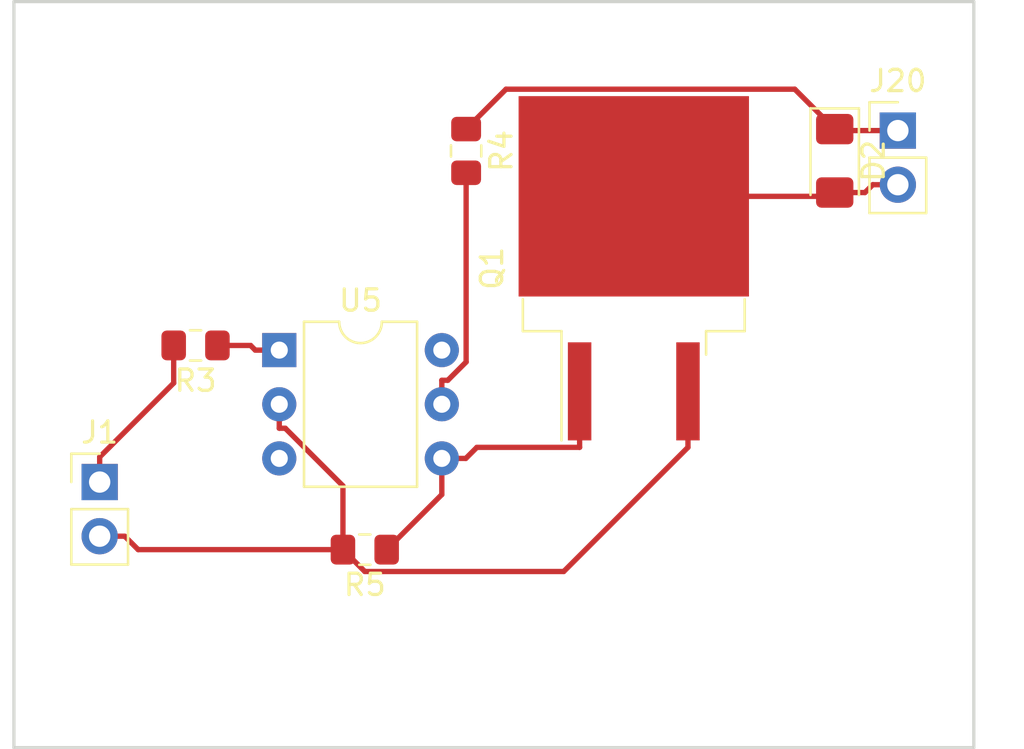
<source format=kicad_pcb>
(kicad_pcb (version 20171130) (host pcbnew 5.0.2-bee76a0~70~ubuntu18.04.1)

  (general
    (thickness 1.6)
    (drawings 4)
    (tracks 37)
    (zones 0)
    (modules 8)
    (nets 10)
  )

  (page A4)
  (layers
    (0 F.Cu signal)
    (31 B.Cu signal)
    (32 B.Adhes user)
    (33 F.Adhes user)
    (34 B.Paste user)
    (35 F.Paste user)
    (36 B.SilkS user)
    (37 F.SilkS user)
    (38 B.Mask user)
    (39 F.Mask user)
    (40 Dwgs.User user)
    (41 Cmts.User user)
    (42 Eco1.User user)
    (43 Eco2.User user)
    (44 Edge.Cuts user)
    (45 Margin user)
    (46 B.CrtYd user)
    (47 F.CrtYd user)
    (48 B.Fab user)
    (49 F.Fab user)
  )

  (setup
    (last_trace_width 0.25)
    (trace_clearance 0.2)
    (zone_clearance 0.508)
    (zone_45_only no)
    (trace_min 0.2)
    (segment_width 0.2)
    (edge_width 0.15)
    (via_size 0.8)
    (via_drill 0.4)
    (via_min_size 0.4)
    (via_min_drill 0.3)
    (uvia_size 0.3)
    (uvia_drill 0.1)
    (uvias_allowed no)
    (uvia_min_size 0.2)
    (uvia_min_drill 0.1)
    (pcb_text_width 0.3)
    (pcb_text_size 1.5 1.5)
    (mod_edge_width 0.15)
    (mod_text_size 1 1)
    (mod_text_width 0.15)
    (pad_size 1.524 1.524)
    (pad_drill 0.762)
    (pad_to_mask_clearance 0.051)
    (solder_mask_min_width 0.25)
    (aux_axis_origin 0 0)
    (visible_elements FFFFFF7F)
    (pcbplotparams
      (layerselection 0x010fc_ffffffff)
      (usegerberextensions false)
      (usegerberattributes false)
      (usegerberadvancedattributes false)
      (creategerberjobfile false)
      (excludeedgelayer true)
      (linewidth 0.100000)
      (plotframeref false)
      (viasonmask false)
      (mode 1)
      (useauxorigin false)
      (hpglpennumber 1)
      (hpglpenspeed 20)
      (hpglpendiameter 15.000000)
      (psnegative false)
      (psa4output false)
      (plotreference true)
      (plotvalue true)
      (plotinvisibletext false)
      (padsonsilk false)
      (subtractmaskfromsilk false)
      (outputformat 1)
      (mirror false)
      (drillshape 1)
      (scaleselection 1)
      (outputdirectory ""))
  )

  (net 0 "")
  (net 1 "Net-(R3-Pad1)")
  (net 2 Spindle)
  (net 3 "Net-(R4-Pad2)")
  (net 4 +12V)
  (net 5 "Net-(Q1-Pad1)")
  (net 6 GND)
  (net 7 "Net-(D2-Pad2)")
  (net 8 "Net-(U5-Pad3)")
  (net 9 "Net-(U5-Pad6)")

  (net_class Default "This is the default net class."
    (clearance 0.2)
    (trace_width 0.25)
    (via_dia 0.8)
    (via_drill 0.4)
    (uvia_dia 0.3)
    (uvia_drill 0.1)
    (add_net +12V)
    (add_net GND)
    (add_net "Net-(D2-Pad2)")
    (add_net "Net-(Q1-Pad1)")
    (add_net "Net-(R3-Pad1)")
    (add_net "Net-(R4-Pad2)")
    (add_net "Net-(U5-Pad3)")
    (add_net "Net-(U5-Pad6)")
    (add_net Spindle)
  )

  (module Connector_PinHeader_2.54mm:PinHeader_1x02_P2.54mm_Vertical (layer F.Cu) (tedit 59FED5CC) (tstamp 5C130E6A)
    (at 14.02 32.54)
    (descr "Through hole straight pin header, 1x02, 2.54mm pitch, single row")
    (tags "Through hole pin header THT 1x02 2.54mm single row")
    (path /5C06BF28)
    (fp_text reference J1 (at 0 -2.33) (layer F.SilkS)
      (effects (font (size 1 1) (thickness 0.15)))
    )
    (fp_text value Conn_01x02 (at 0 4.87) (layer F.Fab)
      (effects (font (size 1 1) (thickness 0.15)))
    )
    (fp_line (start -0.635 -1.27) (end 1.27 -1.27) (layer F.Fab) (width 0.1))
    (fp_line (start 1.27 -1.27) (end 1.27 3.81) (layer F.Fab) (width 0.1))
    (fp_line (start 1.27 3.81) (end -1.27 3.81) (layer F.Fab) (width 0.1))
    (fp_line (start -1.27 3.81) (end -1.27 -0.635) (layer F.Fab) (width 0.1))
    (fp_line (start -1.27 -0.635) (end -0.635 -1.27) (layer F.Fab) (width 0.1))
    (fp_line (start -1.33 3.87) (end 1.33 3.87) (layer F.SilkS) (width 0.12))
    (fp_line (start -1.33 1.27) (end -1.33 3.87) (layer F.SilkS) (width 0.12))
    (fp_line (start 1.33 1.27) (end 1.33 3.87) (layer F.SilkS) (width 0.12))
    (fp_line (start -1.33 1.27) (end 1.33 1.27) (layer F.SilkS) (width 0.12))
    (fp_line (start -1.33 0) (end -1.33 -1.33) (layer F.SilkS) (width 0.12))
    (fp_line (start -1.33 -1.33) (end 0 -1.33) (layer F.SilkS) (width 0.12))
    (fp_line (start -1.8 -1.8) (end -1.8 4.35) (layer F.CrtYd) (width 0.05))
    (fp_line (start -1.8 4.35) (end 1.8 4.35) (layer F.CrtYd) (width 0.05))
    (fp_line (start 1.8 4.35) (end 1.8 -1.8) (layer F.CrtYd) (width 0.05))
    (fp_line (start 1.8 -1.8) (end -1.8 -1.8) (layer F.CrtYd) (width 0.05))
    (fp_text user %R (at 0 1.27 90) (layer F.Fab)
      (effects (font (size 1 1) (thickness 0.15)))
    )
    (pad 1 thru_hole rect (at 0 0) (size 1.7 1.7) (drill 1) (layers *.Cu *.Mask)
      (net 2 Spindle))
    (pad 2 thru_hole oval (at 0 2.54) (size 1.7 1.7) (drill 1) (layers *.Cu *.Mask)
      (net 6 GND))
    (model ${KISYS3DMOD}/Connector_PinHeader_2.54mm.3dshapes/PinHeader_1x02_P2.54mm_Vertical.wrl
      (at (xyz 0 0 0))
      (scale (xyz 1 1 1))
      (rotate (xyz 0 0 0))
    )
  )

  (module Connector_PinHeader_2.54mm:PinHeader_1x02_P2.54mm_Vertical (layer F.Cu) (tedit 59FED5CC) (tstamp 5C06BE28)
    (at 51.44 16.05)
    (descr "Through hole straight pin header, 1x02, 2.54mm pitch, single row")
    (tags "Through hole pin header THT 1x02 2.54mm single row")
    (path /5C067E14)
    (fp_text reference J20 (at 0 -2.33) (layer F.SilkS)
      (effects (font (size 1 1) (thickness 0.15)))
    )
    (fp_text value PWM_TO_MOTOR (at 0 4.87) (layer F.Fab)
      (effects (font (size 1 1) (thickness 0.15)))
    )
    (fp_line (start -0.635 -1.27) (end 1.27 -1.27) (layer F.Fab) (width 0.1))
    (fp_line (start 1.27 -1.27) (end 1.27 3.81) (layer F.Fab) (width 0.1))
    (fp_line (start 1.27 3.81) (end -1.27 3.81) (layer F.Fab) (width 0.1))
    (fp_line (start -1.27 3.81) (end -1.27 -0.635) (layer F.Fab) (width 0.1))
    (fp_line (start -1.27 -0.635) (end -0.635 -1.27) (layer F.Fab) (width 0.1))
    (fp_line (start -1.33 3.87) (end 1.33 3.87) (layer F.SilkS) (width 0.12))
    (fp_line (start -1.33 1.27) (end -1.33 3.87) (layer F.SilkS) (width 0.12))
    (fp_line (start 1.33 1.27) (end 1.33 3.87) (layer F.SilkS) (width 0.12))
    (fp_line (start -1.33 1.27) (end 1.33 1.27) (layer F.SilkS) (width 0.12))
    (fp_line (start -1.33 0) (end -1.33 -1.33) (layer F.SilkS) (width 0.12))
    (fp_line (start -1.33 -1.33) (end 0 -1.33) (layer F.SilkS) (width 0.12))
    (fp_line (start -1.8 -1.8) (end -1.8 4.35) (layer F.CrtYd) (width 0.05))
    (fp_line (start -1.8 4.35) (end 1.8 4.35) (layer F.CrtYd) (width 0.05))
    (fp_line (start 1.8 4.35) (end 1.8 -1.8) (layer F.CrtYd) (width 0.05))
    (fp_line (start 1.8 -1.8) (end -1.8 -1.8) (layer F.CrtYd) (width 0.05))
    (fp_text user %R (at 0 1.27 90) (layer F.Fab)
      (effects (font (size 1 1) (thickness 0.15)))
    )
    (pad 1 thru_hole rect (at 0 0) (size 1.7 1.7) (drill 1) (layers *.Cu *.Mask)
      (net 4 +12V))
    (pad 2 thru_hole oval (at 0 2.54) (size 1.7 1.7) (drill 1) (layers *.Cu *.Mask)
      (net 7 "Net-(D2-Pad2)"))
    (model ${KISYS3DMOD}/Connector_PinHeader_2.54mm.3dshapes/PinHeader_1x02_P2.54mm_Vertical.wrl
      (at (xyz 0 0 0))
      (scale (xyz 1 1 1))
      (rotate (xyz 0 0 0))
    )
  )

  (module Diode_SMD:D_1206_3216Metric_Pad1.42x1.75mm_HandSolder (layer F.Cu) (tedit 5B4B45C8) (tstamp 5C06BE12)
    (at 48.48 17.47 270)
    (descr "Diode SMD 1206 (3216 Metric), square (rectangular) end terminal, IPC_7351 nominal, (Body size source: http://www.tortai-tech.com/upload/download/2011102023233369053.pdf), generated with kicad-footprint-generator")
    (tags "diode handsolder")
    (path /5C07034B)
    (attr smd)
    (fp_text reference D2 (at 0 -1.82 270) (layer F.SilkS)
      (effects (font (size 1 1) (thickness 0.15)))
    )
    (fp_text value SD_SS510 (at 0 1.82 270) (layer F.Fab)
      (effects (font (size 1 1) (thickness 0.15)))
    )
    (fp_line (start 1.6 -0.8) (end -1.2 -0.8) (layer F.Fab) (width 0.1))
    (fp_line (start -1.2 -0.8) (end -1.6 -0.4) (layer F.Fab) (width 0.1))
    (fp_line (start -1.6 -0.4) (end -1.6 0.8) (layer F.Fab) (width 0.1))
    (fp_line (start -1.6 0.8) (end 1.6 0.8) (layer F.Fab) (width 0.1))
    (fp_line (start 1.6 0.8) (end 1.6 -0.8) (layer F.Fab) (width 0.1))
    (fp_line (start 1.6 -1.135) (end -2.46 -1.135) (layer F.SilkS) (width 0.12))
    (fp_line (start -2.46 -1.135) (end -2.46 1.135) (layer F.SilkS) (width 0.12))
    (fp_line (start -2.46 1.135) (end 1.6 1.135) (layer F.SilkS) (width 0.12))
    (fp_line (start -2.45 1.12) (end -2.45 -1.12) (layer F.CrtYd) (width 0.05))
    (fp_line (start -2.45 -1.12) (end 2.45 -1.12) (layer F.CrtYd) (width 0.05))
    (fp_line (start 2.45 -1.12) (end 2.45 1.12) (layer F.CrtYd) (width 0.05))
    (fp_line (start 2.45 1.12) (end -2.45 1.12) (layer F.CrtYd) (width 0.05))
    (fp_text user %R (at 0 0 270) (layer F.Fab)
      (effects (font (size 0.8 0.8) (thickness 0.12)))
    )
    (pad 1 smd roundrect (at -1.4875 0 270) (size 1.425 1.75) (layers F.Cu F.Paste F.Mask) (roundrect_rratio 0.175439)
      (net 4 +12V))
    (pad 2 smd roundrect (at 1.4875 0 270) (size 1.425 1.75) (layers F.Cu F.Paste F.Mask) (roundrect_rratio 0.175439)
      (net 7 "Net-(D2-Pad2)"))
    (model ${KISYS3DMOD}/Diode_SMD.3dshapes/D_1206_3216Metric.wrl
      (at (xyz 0 0 0))
      (scale (xyz 1 1 1))
      (rotate (xyz 0 0 0))
    )
  )

  (module Package_DIP:DIP-6_W7.62mm (layer F.Cu) (tedit 5A02E8C5) (tstamp 5C06BDFF)
    (at 22.44 26.35)
    (descr "6-lead though-hole mounted DIP package, row spacing 7.62 mm (300 mils)")
    (tags "THT DIP DIL PDIP 2.54mm 7.62mm 300mil")
    (path /5C06902C)
    (fp_text reference U5 (at 3.81 -2.33) (layer F.SilkS)
      (effects (font (size 1 1) (thickness 0.15)))
    )
    (fp_text value 4N35 (at 3.81 7.41) (layer F.Fab)
      (effects (font (size 1 1) (thickness 0.15)))
    )
    (fp_arc (start 3.81 -1.33) (end 2.81 -1.33) (angle -180) (layer F.SilkS) (width 0.12))
    (fp_line (start 1.635 -1.27) (end 6.985 -1.27) (layer F.Fab) (width 0.1))
    (fp_line (start 6.985 -1.27) (end 6.985 6.35) (layer F.Fab) (width 0.1))
    (fp_line (start 6.985 6.35) (end 0.635 6.35) (layer F.Fab) (width 0.1))
    (fp_line (start 0.635 6.35) (end 0.635 -0.27) (layer F.Fab) (width 0.1))
    (fp_line (start 0.635 -0.27) (end 1.635 -1.27) (layer F.Fab) (width 0.1))
    (fp_line (start 2.81 -1.33) (end 1.16 -1.33) (layer F.SilkS) (width 0.12))
    (fp_line (start 1.16 -1.33) (end 1.16 6.41) (layer F.SilkS) (width 0.12))
    (fp_line (start 1.16 6.41) (end 6.46 6.41) (layer F.SilkS) (width 0.12))
    (fp_line (start 6.46 6.41) (end 6.46 -1.33) (layer F.SilkS) (width 0.12))
    (fp_line (start 6.46 -1.33) (end 4.81 -1.33) (layer F.SilkS) (width 0.12))
    (fp_line (start -1.1 -1.55) (end -1.1 6.6) (layer F.CrtYd) (width 0.05))
    (fp_line (start -1.1 6.6) (end 8.7 6.6) (layer F.CrtYd) (width 0.05))
    (fp_line (start 8.7 6.6) (end 8.7 -1.55) (layer F.CrtYd) (width 0.05))
    (fp_line (start 8.7 -1.55) (end -1.1 -1.55) (layer F.CrtYd) (width 0.05))
    (fp_text user %R (at 3.81 2.54) (layer F.Fab)
      (effects (font (size 1 1) (thickness 0.15)))
    )
    (pad 1 thru_hole rect (at 0 0) (size 1.6 1.6) (drill 0.8) (layers *.Cu *.Mask)
      (net 1 "Net-(R3-Pad1)"))
    (pad 4 thru_hole oval (at 7.62 5.08) (size 1.6 1.6) (drill 0.8) (layers *.Cu *.Mask)
      (net 5 "Net-(Q1-Pad1)"))
    (pad 2 thru_hole oval (at 0 2.54) (size 1.6 1.6) (drill 0.8) (layers *.Cu *.Mask)
      (net 6 GND))
    (pad 5 thru_hole oval (at 7.62 2.54) (size 1.6 1.6) (drill 0.8) (layers *.Cu *.Mask)
      (net 3 "Net-(R4-Pad2)"))
    (pad 3 thru_hole oval (at 0 5.08) (size 1.6 1.6) (drill 0.8) (layers *.Cu *.Mask)
      (net 8 "Net-(U5-Pad3)"))
    (pad 6 thru_hole oval (at 7.62 0) (size 1.6 1.6) (drill 0.8) (layers *.Cu *.Mask)
      (net 9 "Net-(U5-Pad6)"))
    (model ${KISYS3DMOD}/Package_DIP.3dshapes/DIP-6_W7.62mm.wrl
      (at (xyz 0 0 0))
      (scale (xyz 1 1 1))
      (rotate (xyz 0 0 0))
    )
  )

  (module Package_TO_SOT_SMD:TO-263-2 (layer F.Cu) (tedit 5A70FB7B) (tstamp 5C06BDE5)
    (at 39.06 22.51 90)
    (descr "TO-263 / D2PAK / DDPAK SMD package, http://www.infineon.com/cms/en/product/packages/PG-TO263/PG-TO263-3-1/")
    (tags "D2PAK DDPAK TO-263 D2PAK-3 TO-263-3 SOT-404")
    (path /5C066F82)
    (attr smd)
    (fp_text reference Q1 (at 0 -6.65 90) (layer F.SilkS)
      (effects (font (size 1 1) (thickness 0.15)))
    )
    (fp_text value IRF540N (at 0 6.65 90) (layer F.Fab)
      (effects (font (size 1 1) (thickness 0.15)))
    )
    (fp_line (start 6.5 -5) (end 7.5 -5) (layer F.Fab) (width 0.1))
    (fp_line (start 7.5 -5) (end 7.5 5) (layer F.Fab) (width 0.1))
    (fp_line (start 7.5 5) (end 6.5 5) (layer F.Fab) (width 0.1))
    (fp_line (start 6.5 -5) (end 6.5 5) (layer F.Fab) (width 0.1))
    (fp_line (start 6.5 5) (end -2.75 5) (layer F.Fab) (width 0.1))
    (fp_line (start -2.75 5) (end -2.75 -4) (layer F.Fab) (width 0.1))
    (fp_line (start -2.75 -4) (end -1.75 -5) (layer F.Fab) (width 0.1))
    (fp_line (start -1.75 -5) (end 6.5 -5) (layer F.Fab) (width 0.1))
    (fp_line (start -2.75 -3.04) (end -7.45 -3.04) (layer F.Fab) (width 0.1))
    (fp_line (start -7.45 -3.04) (end -7.45 -2.04) (layer F.Fab) (width 0.1))
    (fp_line (start -7.45 -2.04) (end -2.75 -2.04) (layer F.Fab) (width 0.1))
    (fp_line (start -2.75 2.04) (end -7.45 2.04) (layer F.Fab) (width 0.1))
    (fp_line (start -7.45 2.04) (end -7.45 3.04) (layer F.Fab) (width 0.1))
    (fp_line (start -7.45 3.04) (end -2.75 3.04) (layer F.Fab) (width 0.1))
    (fp_line (start -1.45 -5.2) (end -2.95 -5.2) (layer F.SilkS) (width 0.12))
    (fp_line (start -2.95 -5.2) (end -2.95 -3.39) (layer F.SilkS) (width 0.12))
    (fp_line (start -2.95 -3.39) (end -8.075 -3.39) (layer F.SilkS) (width 0.12))
    (fp_line (start -1.45 5.2) (end -2.95 5.2) (layer F.SilkS) (width 0.12))
    (fp_line (start -2.95 5.2) (end -2.95 3.39) (layer F.SilkS) (width 0.12))
    (fp_line (start -2.95 3.39) (end -4.05 3.39) (layer F.SilkS) (width 0.12))
    (fp_line (start -8.32 -5.65) (end -8.32 5.65) (layer F.CrtYd) (width 0.05))
    (fp_line (start -8.32 5.65) (end 8.32 5.65) (layer F.CrtYd) (width 0.05))
    (fp_line (start 8.32 5.65) (end 8.32 -5.65) (layer F.CrtYd) (width 0.05))
    (fp_line (start 8.32 -5.65) (end -8.32 -5.65) (layer F.CrtYd) (width 0.05))
    (fp_text user %R (at 0 0 90) (layer F.Fab)
      (effects (font (size 1 1) (thickness 0.15)))
    )
    (pad 1 smd rect (at -5.775 -2.54 90) (size 4.6 1.1) (layers F.Cu F.Paste F.Mask)
      (net 5 "Net-(Q1-Pad1)"))
    (pad 3 smd rect (at -5.775 2.54 90) (size 4.6 1.1) (layers F.Cu F.Paste F.Mask)
      (net 6 GND))
    (pad 2 smd rect (at 3.375 0 90) (size 9.4 10.8) (layers F.Cu F.Mask)
      (net 7 "Net-(D2-Pad2)"))
    (pad "" smd rect (at 5.8 2.775 90) (size 4.55 5.25) (layers F.Paste))
    (pad "" smd rect (at 0.95 -2.775 90) (size 4.55 5.25) (layers F.Paste))
    (pad "" smd rect (at 5.8 -2.775 90) (size 4.55 5.25) (layers F.Paste))
    (pad "" smd rect (at 0.95 2.775 90) (size 4.55 5.25) (layers F.Paste))
    (model ${KISYS3DMOD}/Package_TO_SOT_SMD.3dshapes/TO-263-2.wrl
      (at (xyz 0 0 0))
      (scale (xyz 1 1 1))
      (rotate (xyz 0 0 0))
    )
  )

  (module Resistor_SMD:R_0805_2012Metric_Pad1.15x1.40mm_HandSolder (layer F.Cu) (tedit 5B36C52B) (tstamp 5C06BDC1)
    (at 26.45 35.71 180)
    (descr "Resistor SMD 0805 (2012 Metric), square (rectangular) end terminal, IPC_7351 nominal with elongated pad for handsoldering. (Body size source: https://docs.google.com/spreadsheets/d/1BsfQQcO9C6DZCsRaXUlFlo91Tg2WpOkGARC1WS5S8t0/edit?usp=sharing), generated with kicad-footprint-generator")
    (tags "resistor handsolder")
    (path /5C0675E7)
    (attr smd)
    (fp_text reference R5 (at 0 -1.65 180) (layer F.SilkS)
      (effects (font (size 1 1) (thickness 0.15)))
    )
    (fp_text value R103,0805 (at 0 1.65 180) (layer F.Fab)
      (effects (font (size 1 1) (thickness 0.15)))
    )
    (fp_line (start -1 0.6) (end -1 -0.6) (layer F.Fab) (width 0.1))
    (fp_line (start -1 -0.6) (end 1 -0.6) (layer F.Fab) (width 0.1))
    (fp_line (start 1 -0.6) (end 1 0.6) (layer F.Fab) (width 0.1))
    (fp_line (start 1 0.6) (end -1 0.6) (layer F.Fab) (width 0.1))
    (fp_line (start -0.261252 -0.71) (end 0.261252 -0.71) (layer F.SilkS) (width 0.12))
    (fp_line (start -0.261252 0.71) (end 0.261252 0.71) (layer F.SilkS) (width 0.12))
    (fp_line (start -1.85 0.95) (end -1.85 -0.95) (layer F.CrtYd) (width 0.05))
    (fp_line (start -1.85 -0.95) (end 1.85 -0.95) (layer F.CrtYd) (width 0.05))
    (fp_line (start 1.85 -0.95) (end 1.85 0.95) (layer F.CrtYd) (width 0.05))
    (fp_line (start 1.85 0.95) (end -1.85 0.95) (layer F.CrtYd) (width 0.05))
    (fp_text user %R (at 0 0 180) (layer F.Fab)
      (effects (font (size 0.5 0.5) (thickness 0.08)))
    )
    (pad 1 smd roundrect (at -1.025 0 180) (size 1.15 1.4) (layers F.Cu F.Paste F.Mask) (roundrect_rratio 0.217391)
      (net 5 "Net-(Q1-Pad1)"))
    (pad 2 smd roundrect (at 1.025 0 180) (size 1.15 1.4) (layers F.Cu F.Paste F.Mask) (roundrect_rratio 0.217391)
      (net 6 GND))
    (model ${KISYS3DMOD}/Resistor_SMD.3dshapes/R_0805_2012Metric.wrl
      (at (xyz 0 0 0))
      (scale (xyz 1 1 1))
      (rotate (xyz 0 0 0))
    )
  )

  (module Resistor_SMD:R_0805_2012Metric_Pad1.15x1.40mm_HandSolder (layer F.Cu) (tedit 5B36C52B) (tstamp 5C06BDB0)
    (at 31.2 17.005 270)
    (descr "Resistor SMD 0805 (2012 Metric), square (rectangular) end terminal, IPC_7351 nominal with elongated pad for handsoldering. (Body size source: https://docs.google.com/spreadsheets/d/1BsfQQcO9C6DZCsRaXUlFlo91Tg2WpOkGARC1WS5S8t0/edit?usp=sharing), generated with kicad-footprint-generator")
    (tags "resistor handsolder")
    (path /5C06C6B5)
    (attr smd)
    (fp_text reference R4 (at 0 -1.65 270) (layer F.SilkS)
      (effects (font (size 1 1) (thickness 0.15)))
    )
    (fp_text value R102,0805 (at 0 1.65 270) (layer F.Fab)
      (effects (font (size 1 1) (thickness 0.15)))
    )
    (fp_text user %R (at 0 0 270) (layer F.Fab)
      (effects (font (size 0.5 0.5) (thickness 0.08)))
    )
    (fp_line (start 1.85 0.95) (end -1.85 0.95) (layer F.CrtYd) (width 0.05))
    (fp_line (start 1.85 -0.95) (end 1.85 0.95) (layer F.CrtYd) (width 0.05))
    (fp_line (start -1.85 -0.95) (end 1.85 -0.95) (layer F.CrtYd) (width 0.05))
    (fp_line (start -1.85 0.95) (end -1.85 -0.95) (layer F.CrtYd) (width 0.05))
    (fp_line (start -0.261252 0.71) (end 0.261252 0.71) (layer F.SilkS) (width 0.12))
    (fp_line (start -0.261252 -0.71) (end 0.261252 -0.71) (layer F.SilkS) (width 0.12))
    (fp_line (start 1 0.6) (end -1 0.6) (layer F.Fab) (width 0.1))
    (fp_line (start 1 -0.6) (end 1 0.6) (layer F.Fab) (width 0.1))
    (fp_line (start -1 -0.6) (end 1 -0.6) (layer F.Fab) (width 0.1))
    (fp_line (start -1 0.6) (end -1 -0.6) (layer F.Fab) (width 0.1))
    (pad 2 smd roundrect (at 1.025 0 270) (size 1.15 1.4) (layers F.Cu F.Paste F.Mask) (roundrect_rratio 0.217391)
      (net 3 "Net-(R4-Pad2)"))
    (pad 1 smd roundrect (at -1.025 0 270) (size 1.15 1.4) (layers F.Cu F.Paste F.Mask) (roundrect_rratio 0.217391)
      (net 4 +12V))
    (model ${KISYS3DMOD}/Resistor_SMD.3dshapes/R_0805_2012Metric.wrl
      (at (xyz 0 0 0))
      (scale (xyz 1 1 1))
      (rotate (xyz 0 0 0))
    )
  )

  (module Resistor_SMD:R_0805_2012Metric_Pad1.15x1.40mm_HandSolder (layer F.Cu) (tedit 5B36C52B) (tstamp 5C06BD9F)
    (at 18.515 26.13 180)
    (descr "Resistor SMD 0805 (2012 Metric), square (rectangular) end terminal, IPC_7351 nominal with elongated pad for handsoldering. (Body size source: https://docs.google.com/spreadsheets/d/1BsfQQcO9C6DZCsRaXUlFlo91Tg2WpOkGARC1WS5S8t0/edit?usp=sharing), generated with kicad-footprint-generator")
    (tags "resistor handsolder")
    (path /5C06942B)
    (attr smd)
    (fp_text reference R3 (at 0 -1.65 180) (layer F.SilkS)
      (effects (font (size 1 1) (thickness 0.15)))
    )
    (fp_text value R330,0805 (at 0 1.65 180) (layer F.Fab)
      (effects (font (size 1 1) (thickness 0.15)))
    )
    (fp_line (start -1 0.6) (end -1 -0.6) (layer F.Fab) (width 0.1))
    (fp_line (start -1 -0.6) (end 1 -0.6) (layer F.Fab) (width 0.1))
    (fp_line (start 1 -0.6) (end 1 0.6) (layer F.Fab) (width 0.1))
    (fp_line (start 1 0.6) (end -1 0.6) (layer F.Fab) (width 0.1))
    (fp_line (start -0.261252 -0.71) (end 0.261252 -0.71) (layer F.SilkS) (width 0.12))
    (fp_line (start -0.261252 0.71) (end 0.261252 0.71) (layer F.SilkS) (width 0.12))
    (fp_line (start -1.85 0.95) (end -1.85 -0.95) (layer F.CrtYd) (width 0.05))
    (fp_line (start -1.85 -0.95) (end 1.85 -0.95) (layer F.CrtYd) (width 0.05))
    (fp_line (start 1.85 -0.95) (end 1.85 0.95) (layer F.CrtYd) (width 0.05))
    (fp_line (start 1.85 0.95) (end -1.85 0.95) (layer F.CrtYd) (width 0.05))
    (fp_text user %R (at 0 0 180) (layer F.Fab)
      (effects (font (size 0.5 0.5) (thickness 0.08)))
    )
    (pad 1 smd roundrect (at -1.025 0 180) (size 1.15 1.4) (layers F.Cu F.Paste F.Mask) (roundrect_rratio 0.217391)
      (net 1 "Net-(R3-Pad1)"))
    (pad 2 smd roundrect (at 1.025 0 180) (size 1.15 1.4) (layers F.Cu F.Paste F.Mask) (roundrect_rratio 0.217391)
      (net 2 Spindle))
    (model ${KISYS3DMOD}/Resistor_SMD.3dshapes/R_0805_2012Metric.wrl
      (at (xyz 0 0 0))
      (scale (xyz 1 1 1))
      (rotate (xyz 0 0 0))
    )
  )

  (gr_line (start 55 10) (end 10 10) (layer Edge.Cuts) (width 0.15))
  (gr_line (start 55 45) (end 55 10) (layer Edge.Cuts) (width 0.15))
  (gr_line (start 10 45) (end 55 45) (layer Edge.Cuts) (width 0.15))
  (gr_line (start 10 10) (end 10 45) (layer Edge.Cuts) (width 0.15))

  (segment (start 22.44 26.35) (end 21.3147 26.35) (width 0.25) (layer F.Cu) (net 1))
  (segment (start 19.54 26.13) (end 21.0947 26.13) (width 0.25) (layer F.Cu) (net 1))
  (segment (start 21.0947 26.13) (end 21.3147 26.35) (width 0.25) (layer F.Cu) (net 1))
  (segment (start 14.02 32.54) (end 14.02 31.3647) (width 0.25) (layer F.Cu) (net 2))
  (segment (start 17.49 26.13) (end 17.49 27.8947) (width 0.25) (layer F.Cu) (net 2))
  (segment (start 17.49 27.8947) (end 14.02 31.3647) (width 0.25) (layer F.Cu) (net 2))
  (segment (start 30.06 28.89) (end 30.06 27.7647) (width 0.25) (layer F.Cu) (net 3))
  (segment (start 31.2 18.03) (end 31.2 26.906) (width 0.25) (layer F.Cu) (net 3))
  (segment (start 31.2 26.906) (end 30.3413 27.7647) (width 0.25) (layer F.Cu) (net 3))
  (segment (start 30.3413 27.7647) (end 30.06 27.7647) (width 0.25) (layer F.Cu) (net 3))
  (segment (start 51.44 16.05) (end 48.5475 16.05) (width 0.25) (layer F.Cu) (net 4))
  (segment (start 48.5475 16.05) (end 48.48 15.9825) (width 0.25) (layer F.Cu) (net 4))
  (segment (start 31.2 15.98) (end 33.0704 14.1096) (width 0.25) (layer F.Cu) (net 4))
  (segment (start 33.0704 14.1096) (end 46.6071 14.1096) (width 0.25) (layer F.Cu) (net 4))
  (segment (start 46.6071 14.1096) (end 48.48 15.9825) (width 0.25) (layer F.Cu) (net 4))
  (segment (start 30.06 31.43) (end 31.1853 31.43) (width 0.25) (layer F.Cu) (net 5))
  (segment (start 36.52 28.285) (end 36.52 30.9103) (width 0.25) (layer F.Cu) (net 5))
  (segment (start 36.52 30.9103) (end 31.705 30.9103) (width 0.25) (layer F.Cu) (net 5))
  (segment (start 31.705 30.9103) (end 31.1853 31.43) (width 0.25) (layer F.Cu) (net 5))
  (segment (start 27.475 35.71) (end 30.06 33.125) (width 0.25) (layer F.Cu) (net 5))
  (segment (start 30.06 33.125) (end 30.06 31.43) (width 0.25) (layer F.Cu) (net 5))
  (segment (start 41.6 28.285) (end 41.6 30.9103) (width 0.25) (layer F.Cu) (net 6))
  (segment (start 25.425 35.71) (end 26.4514 36.7364) (width 0.25) (layer F.Cu) (net 6))
  (segment (start 26.4514 36.7364) (end 35.7739 36.7364) (width 0.25) (layer F.Cu) (net 6))
  (segment (start 35.7739 36.7364) (end 41.6 30.9103) (width 0.25) (layer F.Cu) (net 6))
  (segment (start 22.44 30.0153) (end 22.7213 30.0153) (width 0.25) (layer F.Cu) (net 6))
  (segment (start 22.7213 30.0153) (end 25.425 32.719) (width 0.25) (layer F.Cu) (net 6))
  (segment (start 25.425 32.719) (end 25.425 35.71) (width 0.25) (layer F.Cu) (net 6))
  (segment (start 22.44 28.89) (end 22.44 30.0153) (width 0.25) (layer F.Cu) (net 6))
  (segment (start 14.02 35.08) (end 15.1953 35.08) (width 0.25) (layer F.Cu) (net 6))
  (segment (start 25.425 35.71) (end 15.8253 35.71) (width 0.25) (layer F.Cu) (net 6))
  (segment (start 15.8253 35.71) (end 15.1953 35.08) (width 0.25) (layer F.Cu) (net 6))
  (segment (start 48.48 18.9575) (end 49.8972 18.9575) (width 0.25) (layer F.Cu) (net 7))
  (segment (start 49.8972 18.9575) (end 50.2647 18.59) (width 0.25) (layer F.Cu) (net 7))
  (segment (start 39.06 19.135) (end 48.3025 19.135) (width 0.25) (layer F.Cu) (net 7))
  (segment (start 48.3025 19.135) (end 48.48 18.9575) (width 0.25) (layer F.Cu) (net 7))
  (segment (start 51.44 18.59) (end 50.2647 18.59) (width 0.25) (layer F.Cu) (net 7))

)

</source>
